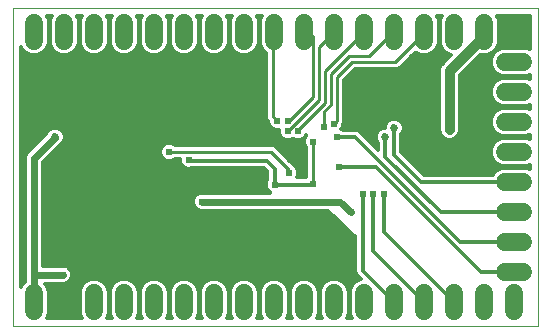
<source format=gbl>
G75*
%MOIN*%
%OFA0B0*%
%FSLAX25Y25*%
%IPPOS*%
%LPD*%
%AMOC8*
5,1,8,0,0,1.08239X$1,22.5*
%
%ADD10C,0.00000*%
%ADD11C,0.06000*%
%ADD12C,0.01200*%
%ADD13C,0.02700*%
%ADD14C,0.02400*%
%ADD15C,0.02400*%
%ADD16C,0.03200*%
%ADD17C,0.01000*%
D10*
X0016933Y0019933D02*
X0016933Y0125933D01*
X0191933Y0125933D01*
X0191933Y0019933D01*
X0016933Y0019933D01*
D11*
X0023933Y0024933D02*
X0023933Y0030933D01*
X0033933Y0030933D02*
X0033933Y0024933D01*
X0043933Y0024933D02*
X0043933Y0030933D01*
X0053933Y0030933D02*
X0053933Y0024933D01*
X0063933Y0024933D02*
X0063933Y0030933D01*
X0073933Y0030933D02*
X0073933Y0024933D01*
X0083933Y0024933D02*
X0083933Y0030933D01*
X0093933Y0030933D02*
X0093933Y0024933D01*
X0103933Y0024933D02*
X0103933Y0030933D01*
X0113933Y0030933D02*
X0113933Y0024933D01*
X0123933Y0024933D02*
X0123933Y0030933D01*
X0133933Y0030933D02*
X0133933Y0024933D01*
X0143933Y0024933D02*
X0143933Y0030933D01*
X0153933Y0030933D02*
X0153933Y0024933D01*
X0163933Y0024933D02*
X0163933Y0030933D01*
X0173933Y0030933D02*
X0173933Y0024933D01*
X0183933Y0024933D02*
X0183933Y0030933D01*
X0186933Y0037933D02*
X0180933Y0037933D01*
X0180933Y0047933D02*
X0186933Y0047933D01*
X0186933Y0057933D02*
X0180933Y0057933D01*
X0180933Y0067933D02*
X0186933Y0067933D01*
X0186933Y0077933D02*
X0180933Y0077933D01*
X0180933Y0087933D02*
X0186933Y0087933D01*
X0186933Y0097933D02*
X0180933Y0097933D01*
X0180933Y0107933D02*
X0186933Y0107933D01*
X0183933Y0114933D02*
X0183933Y0120933D01*
X0173933Y0120933D02*
X0173933Y0114933D01*
X0163933Y0114933D02*
X0163933Y0120933D01*
X0153933Y0120933D02*
X0153933Y0114933D01*
X0143933Y0114933D02*
X0143933Y0120933D01*
X0133933Y0120933D02*
X0133933Y0114933D01*
X0123933Y0114933D02*
X0123933Y0120933D01*
X0113933Y0120933D02*
X0113933Y0114933D01*
X0103933Y0114933D02*
X0103933Y0120933D01*
X0093933Y0120933D02*
X0093933Y0114933D01*
X0083933Y0114933D02*
X0083933Y0120933D01*
X0073933Y0120933D02*
X0073933Y0114933D01*
X0063933Y0114933D02*
X0063933Y0120933D01*
X0053933Y0120933D02*
X0053933Y0114933D01*
X0043933Y0114933D02*
X0043933Y0120933D01*
X0033933Y0120933D02*
X0033933Y0114933D01*
X0023933Y0114933D02*
X0023933Y0120933D01*
D12*
X0028270Y0123005D02*
X0029596Y0123005D01*
X0029732Y0123333D02*
X0029133Y0121888D01*
X0029133Y0113978D01*
X0029864Y0112214D01*
X0031214Y0110864D01*
X0032978Y0110133D01*
X0034888Y0110133D01*
X0036652Y0110864D01*
X0038002Y0112214D01*
X0038733Y0113978D01*
X0038733Y0121888D01*
X0038134Y0123333D01*
X0039732Y0123333D01*
X0039133Y0121888D01*
X0039133Y0113978D01*
X0039864Y0112214D01*
X0041214Y0110864D01*
X0042978Y0110133D01*
X0044888Y0110133D01*
X0046652Y0110864D01*
X0048002Y0112214D01*
X0048733Y0113978D01*
X0048733Y0121888D01*
X0048134Y0123333D01*
X0049732Y0123333D01*
X0049133Y0121888D01*
X0049133Y0113978D01*
X0049864Y0112214D01*
X0051214Y0110864D01*
X0052978Y0110133D01*
X0054888Y0110133D01*
X0056652Y0110864D01*
X0058002Y0112214D01*
X0058733Y0113978D01*
X0058733Y0121888D01*
X0058134Y0123333D01*
X0059732Y0123333D01*
X0059133Y0121888D01*
X0059133Y0113978D01*
X0059864Y0112214D01*
X0061214Y0110864D01*
X0062978Y0110133D01*
X0064888Y0110133D01*
X0066652Y0110864D01*
X0068002Y0112214D01*
X0068733Y0113978D01*
X0068733Y0121888D01*
X0068134Y0123333D01*
X0069732Y0123333D01*
X0069133Y0121888D01*
X0069133Y0113978D01*
X0069864Y0112214D01*
X0071214Y0110864D01*
X0072978Y0110133D01*
X0074888Y0110133D01*
X0076652Y0110864D01*
X0078002Y0112214D01*
X0078733Y0113978D01*
X0078733Y0121888D01*
X0078134Y0123333D01*
X0079732Y0123333D01*
X0079133Y0121888D01*
X0079133Y0113978D01*
X0079864Y0112214D01*
X0081214Y0110864D01*
X0082978Y0110133D01*
X0084888Y0110133D01*
X0086652Y0110864D01*
X0088002Y0112214D01*
X0088733Y0113978D01*
X0088733Y0121888D01*
X0088134Y0123333D01*
X0089732Y0123333D01*
X0089133Y0121888D01*
X0089133Y0113978D01*
X0089864Y0112214D01*
X0091214Y0110864D01*
X0092978Y0110133D01*
X0094888Y0110133D01*
X0096652Y0110864D01*
X0098002Y0112214D01*
X0098733Y0113978D01*
X0098733Y0121888D01*
X0098134Y0123333D01*
X0099732Y0123333D01*
X0099133Y0121888D01*
X0099133Y0113978D01*
X0099864Y0112214D01*
X0101133Y0110945D01*
X0101133Y0088980D01*
X0101933Y0088180D01*
X0101933Y0087836D01*
X0102390Y0086734D01*
X0103234Y0085890D01*
X0104336Y0085433D01*
X0105433Y0085433D01*
X0105433Y0084336D01*
X0105890Y0083234D01*
X0106734Y0082390D01*
X0107836Y0081933D01*
X0109030Y0081933D01*
X0110132Y0082390D01*
X0110183Y0082440D01*
X0110234Y0082390D01*
X0111336Y0081933D01*
X0112530Y0081933D01*
X0113632Y0082390D01*
X0114476Y0083234D01*
X0114652Y0083657D01*
X0114662Y0083405D01*
X0114390Y0083132D01*
X0113933Y0082030D01*
X0113933Y0080836D01*
X0114390Y0079734D01*
X0114633Y0079490D01*
X0114633Y0069506D01*
X0111589Y0069506D01*
X0111933Y0070336D01*
X0111933Y0071530D01*
X0111476Y0072632D01*
X0111233Y0072876D01*
X0111233Y0072886D01*
X0109886Y0074233D01*
X0103886Y0080233D01*
X0070876Y0080233D01*
X0070632Y0080476D01*
X0069530Y0080933D01*
X0068336Y0080933D01*
X0067234Y0080476D01*
X0066390Y0079632D01*
X0065933Y0078530D01*
X0065933Y0077336D01*
X0066390Y0076234D01*
X0067234Y0075390D01*
X0068336Y0074933D01*
X0069530Y0074933D01*
X0070632Y0075390D01*
X0070876Y0075633D01*
X0072433Y0075633D01*
X0072433Y0074836D01*
X0072890Y0073734D01*
X0073734Y0072890D01*
X0074836Y0072433D01*
X0076030Y0072433D01*
X0076271Y0072533D01*
X0100439Y0072533D01*
X0101706Y0071266D01*
X0101706Y0068949D01*
X0101563Y0068806D01*
X0101106Y0067703D01*
X0101106Y0066510D01*
X0101563Y0065407D01*
X0102407Y0064563D01*
X0102721Y0064433D01*
X0079336Y0064433D01*
X0078234Y0063976D01*
X0077390Y0063132D01*
X0076933Y0062030D01*
X0076933Y0060836D01*
X0077390Y0059734D01*
X0078234Y0058890D01*
X0079336Y0058433D01*
X0121745Y0058433D01*
X0131033Y0049603D01*
X0131033Y0037956D01*
X0131398Y0037074D01*
X0132809Y0035663D01*
X0131214Y0035002D01*
X0129864Y0033652D01*
X0129133Y0031888D01*
X0129133Y0023978D01*
X0129732Y0022533D01*
X0128134Y0022533D01*
X0128733Y0023978D01*
X0128733Y0031888D01*
X0128002Y0033652D01*
X0126652Y0035002D01*
X0124888Y0035733D01*
X0122978Y0035733D01*
X0121214Y0035002D01*
X0119864Y0033652D01*
X0119133Y0031888D01*
X0119133Y0023978D01*
X0119732Y0022533D01*
X0118134Y0022533D01*
X0118733Y0023978D01*
X0118733Y0031888D01*
X0118002Y0033652D01*
X0116652Y0035002D01*
X0114888Y0035733D01*
X0112978Y0035733D01*
X0111214Y0035002D01*
X0109864Y0033652D01*
X0109133Y0031888D01*
X0109133Y0023978D01*
X0109732Y0022533D01*
X0108134Y0022533D01*
X0108733Y0023978D01*
X0108733Y0031888D01*
X0108002Y0033652D01*
X0106652Y0035002D01*
X0104888Y0035733D01*
X0102978Y0035733D01*
X0101214Y0035002D01*
X0099864Y0033652D01*
X0099133Y0031888D01*
X0099133Y0023978D01*
X0099732Y0022533D01*
X0098134Y0022533D01*
X0098733Y0023978D01*
X0098733Y0031888D01*
X0098002Y0033652D01*
X0096652Y0035002D01*
X0094888Y0035733D01*
X0092978Y0035733D01*
X0091214Y0035002D01*
X0089864Y0033652D01*
X0089133Y0031888D01*
X0089133Y0023978D01*
X0089732Y0022533D01*
X0088134Y0022533D01*
X0088733Y0023978D01*
X0088733Y0031888D01*
X0088002Y0033652D01*
X0086652Y0035002D01*
X0084888Y0035733D01*
X0082978Y0035733D01*
X0081214Y0035002D01*
X0079864Y0033652D01*
X0079133Y0031888D01*
X0079133Y0023978D01*
X0079732Y0022533D01*
X0078134Y0022533D01*
X0078733Y0023978D01*
X0078733Y0031888D01*
X0078002Y0033652D01*
X0076652Y0035002D01*
X0074888Y0035733D01*
X0072978Y0035733D01*
X0071214Y0035002D01*
X0069864Y0033652D01*
X0069133Y0031888D01*
X0069133Y0023978D01*
X0069732Y0022533D01*
X0068134Y0022533D01*
X0068733Y0023978D01*
X0068733Y0031888D01*
X0068002Y0033652D01*
X0066652Y0035002D01*
X0064888Y0035733D01*
X0062978Y0035733D01*
X0061214Y0035002D01*
X0059864Y0033652D01*
X0059133Y0031888D01*
X0059133Y0023978D01*
X0059732Y0022533D01*
X0058134Y0022533D01*
X0058733Y0023978D01*
X0058733Y0031888D01*
X0058002Y0033652D01*
X0056652Y0035002D01*
X0054888Y0035733D01*
X0052978Y0035733D01*
X0051214Y0035002D01*
X0049864Y0033652D01*
X0049133Y0031888D01*
X0049133Y0023978D01*
X0049732Y0022533D01*
X0048134Y0022533D01*
X0048733Y0023978D01*
X0048733Y0031888D01*
X0048002Y0033652D01*
X0046652Y0035002D01*
X0044888Y0035733D01*
X0042978Y0035733D01*
X0041214Y0035002D01*
X0039864Y0033652D01*
X0039133Y0031888D01*
X0039133Y0023978D01*
X0039732Y0022533D01*
X0028134Y0022533D01*
X0028733Y0023978D01*
X0028733Y0031888D01*
X0028002Y0033652D01*
X0027690Y0033964D01*
X0033524Y0034012D01*
X0034109Y0034012D01*
X0034120Y0034017D01*
X0034133Y0034017D01*
X0034670Y0034245D01*
X0035211Y0034469D01*
X0035220Y0034478D01*
X0035232Y0034483D01*
X0035641Y0034899D01*
X0036055Y0035312D01*
X0036060Y0035324D01*
X0036069Y0035333D01*
X0036288Y0035875D01*
X0036512Y0036415D01*
X0036512Y0036428D01*
X0036517Y0036440D01*
X0036512Y0037024D01*
X0036512Y0037609D01*
X0036507Y0037620D01*
X0036507Y0037633D01*
X0036279Y0038170D01*
X0036055Y0038711D01*
X0036046Y0038720D01*
X0036041Y0038732D01*
X0035625Y0039141D01*
X0035211Y0039555D01*
X0035199Y0039560D01*
X0035190Y0039569D01*
X0034649Y0039788D01*
X0034109Y0040012D01*
X0034096Y0040012D01*
X0034084Y0040017D01*
X0033500Y0040012D01*
X0026939Y0040012D01*
X0027009Y0074609D01*
X0032624Y0080224D01*
X0032717Y0080263D01*
X0033604Y0081149D01*
X0034083Y0082306D01*
X0034083Y0083560D01*
X0033604Y0084717D01*
X0032717Y0085604D01*
X0031560Y0086083D01*
X0030306Y0086083D01*
X0029149Y0085604D01*
X0028263Y0084717D01*
X0028001Y0084086D01*
X0021892Y0077977D01*
X0021472Y0077559D01*
X0021471Y0077556D01*
X0021469Y0077554D01*
X0021241Y0077004D01*
X0021013Y0076457D01*
X0021013Y0076454D01*
X0021012Y0076451D01*
X0021012Y0075855D01*
X0020936Y0038534D01*
X0020935Y0038531D01*
X0020935Y0037939D01*
X0020934Y0037533D01*
X0020933Y0037530D01*
X0020933Y0037517D01*
X0020928Y0037505D01*
X0020933Y0036924D01*
X0020932Y0036342D01*
X0020933Y0036339D01*
X0020933Y0036336D01*
X0020935Y0036331D01*
X0020935Y0034723D01*
X0019864Y0033652D01*
X0019533Y0032853D01*
X0019533Y0113013D01*
X0019864Y0112214D01*
X0021214Y0110864D01*
X0022978Y0110133D01*
X0024888Y0110133D01*
X0026652Y0110864D01*
X0028002Y0112214D01*
X0028733Y0113978D01*
X0028733Y0121888D01*
X0028134Y0123333D01*
X0029732Y0123333D01*
X0029133Y0121807D02*
X0028733Y0121807D01*
X0028733Y0120608D02*
X0029133Y0120608D01*
X0029133Y0119410D02*
X0028733Y0119410D01*
X0028733Y0118211D02*
X0029133Y0118211D01*
X0029133Y0117012D02*
X0028733Y0117012D01*
X0028733Y0115814D02*
X0029133Y0115814D01*
X0029133Y0114615D02*
X0028733Y0114615D01*
X0028501Y0113417D02*
X0029366Y0113417D01*
X0029862Y0112218D02*
X0028004Y0112218D01*
X0026808Y0111020D02*
X0031058Y0111020D01*
X0036808Y0111020D02*
X0041058Y0111020D01*
X0039862Y0112218D02*
X0038004Y0112218D01*
X0038501Y0113417D02*
X0039366Y0113417D01*
X0039133Y0114615D02*
X0038733Y0114615D01*
X0038733Y0115814D02*
X0039133Y0115814D01*
X0039133Y0117012D02*
X0038733Y0117012D01*
X0038733Y0118211D02*
X0039133Y0118211D01*
X0039133Y0119410D02*
X0038733Y0119410D01*
X0038733Y0120608D02*
X0039133Y0120608D01*
X0039133Y0121807D02*
X0038733Y0121807D01*
X0038270Y0123005D02*
X0039596Y0123005D01*
X0048270Y0123005D02*
X0049596Y0123005D01*
X0049133Y0121807D02*
X0048733Y0121807D01*
X0048733Y0120608D02*
X0049133Y0120608D01*
X0049133Y0119410D02*
X0048733Y0119410D01*
X0048733Y0118211D02*
X0049133Y0118211D01*
X0049133Y0117012D02*
X0048733Y0117012D01*
X0048733Y0115814D02*
X0049133Y0115814D01*
X0049133Y0114615D02*
X0048733Y0114615D01*
X0048501Y0113417D02*
X0049366Y0113417D01*
X0049862Y0112218D02*
X0048004Y0112218D01*
X0046808Y0111020D02*
X0051058Y0111020D01*
X0056808Y0111020D02*
X0061058Y0111020D01*
X0059862Y0112218D02*
X0058004Y0112218D01*
X0058501Y0113417D02*
X0059366Y0113417D01*
X0059133Y0114615D02*
X0058733Y0114615D01*
X0058733Y0115814D02*
X0059133Y0115814D01*
X0059133Y0117012D02*
X0058733Y0117012D01*
X0058733Y0118211D02*
X0059133Y0118211D01*
X0059133Y0119410D02*
X0058733Y0119410D01*
X0058733Y0120608D02*
X0059133Y0120608D01*
X0059133Y0121807D02*
X0058733Y0121807D01*
X0058270Y0123005D02*
X0059596Y0123005D01*
X0068270Y0123005D02*
X0069596Y0123005D01*
X0069133Y0121807D02*
X0068733Y0121807D01*
X0068733Y0120608D02*
X0069133Y0120608D01*
X0069133Y0119410D02*
X0068733Y0119410D01*
X0068733Y0118211D02*
X0069133Y0118211D01*
X0069133Y0117012D02*
X0068733Y0117012D01*
X0068733Y0115814D02*
X0069133Y0115814D01*
X0069133Y0114615D02*
X0068733Y0114615D01*
X0068501Y0113417D02*
X0069366Y0113417D01*
X0069862Y0112218D02*
X0068004Y0112218D01*
X0066808Y0111020D02*
X0071058Y0111020D01*
X0076808Y0111020D02*
X0081058Y0111020D01*
X0079862Y0112218D02*
X0078004Y0112218D01*
X0078501Y0113417D02*
X0079366Y0113417D01*
X0079133Y0114615D02*
X0078733Y0114615D01*
X0078733Y0115814D02*
X0079133Y0115814D01*
X0079133Y0117012D02*
X0078733Y0117012D01*
X0078733Y0118211D02*
X0079133Y0118211D01*
X0079133Y0119410D02*
X0078733Y0119410D01*
X0078733Y0120608D02*
X0079133Y0120608D01*
X0079133Y0121807D02*
X0078733Y0121807D01*
X0078270Y0123005D02*
X0079596Y0123005D01*
X0088270Y0123005D02*
X0089596Y0123005D01*
X0089133Y0121807D02*
X0088733Y0121807D01*
X0088733Y0120608D02*
X0089133Y0120608D01*
X0089133Y0119410D02*
X0088733Y0119410D01*
X0088733Y0118211D02*
X0089133Y0118211D01*
X0089133Y0117012D02*
X0088733Y0117012D01*
X0088733Y0115814D02*
X0089133Y0115814D01*
X0089133Y0114615D02*
X0088733Y0114615D01*
X0088501Y0113417D02*
X0089366Y0113417D01*
X0089862Y0112218D02*
X0088004Y0112218D01*
X0086808Y0111020D02*
X0091058Y0111020D01*
X0096808Y0111020D02*
X0101058Y0111020D01*
X0101133Y0109821D02*
X0019533Y0109821D01*
X0019533Y0108623D02*
X0101133Y0108623D01*
X0101133Y0107424D02*
X0019533Y0107424D01*
X0019533Y0106226D02*
X0101133Y0106226D01*
X0101133Y0105027D02*
X0019533Y0105027D01*
X0019533Y0103829D02*
X0101133Y0103829D01*
X0101133Y0102630D02*
X0019533Y0102630D01*
X0019533Y0101432D02*
X0101133Y0101432D01*
X0101133Y0100233D02*
X0019533Y0100233D01*
X0019533Y0099035D02*
X0101133Y0099035D01*
X0101133Y0097836D02*
X0019533Y0097836D01*
X0019533Y0096638D02*
X0101133Y0096638D01*
X0101133Y0095439D02*
X0019533Y0095439D01*
X0019533Y0094241D02*
X0101133Y0094241D01*
X0101133Y0093042D02*
X0019533Y0093042D01*
X0019533Y0091844D02*
X0101133Y0091844D01*
X0101133Y0090645D02*
X0019533Y0090645D01*
X0019533Y0089447D02*
X0101133Y0089447D01*
X0101865Y0088248D02*
X0019533Y0088248D01*
X0019533Y0087050D02*
X0102259Y0087050D01*
X0103327Y0085851D02*
X0032119Y0085851D01*
X0033630Y0084653D02*
X0105433Y0084653D01*
X0105798Y0083454D02*
X0034083Y0083454D01*
X0034062Y0082256D02*
X0107058Y0082256D01*
X0109809Y0082256D02*
X0110558Y0082256D01*
X0113309Y0082256D02*
X0114027Y0082256D01*
X0113933Y0081057D02*
X0033512Y0081057D01*
X0032259Y0079859D02*
X0066616Y0079859D01*
X0065987Y0078660D02*
X0031060Y0078660D01*
X0029862Y0077462D02*
X0065933Y0077462D01*
X0066378Y0076263D02*
X0028663Y0076263D01*
X0027465Y0075065D02*
X0068019Y0075065D01*
X0069847Y0075065D02*
X0072433Y0075065D01*
X0072835Y0073866D02*
X0027008Y0073866D01*
X0027005Y0072668D02*
X0074270Y0072668D01*
X0075933Y0074933D02*
X0075433Y0075433D01*
X0075933Y0074933D02*
X0101433Y0074933D01*
X0104106Y0072260D01*
X0104106Y0067106D01*
X0116606Y0067106D01*
X0116933Y0067433D01*
X0114633Y0070271D02*
X0111906Y0070271D01*
X0111933Y0071469D02*
X0114633Y0071469D01*
X0114633Y0072668D02*
X0111441Y0072668D01*
X0110253Y0073866D02*
X0114633Y0073866D01*
X0114633Y0075065D02*
X0109054Y0075065D01*
X0107856Y0076263D02*
X0114633Y0076263D01*
X0114633Y0077462D02*
X0106657Y0077462D01*
X0105459Y0078660D02*
X0114633Y0078660D01*
X0114338Y0079859D02*
X0104260Y0079859D01*
X0114568Y0083454D02*
X0114660Y0083454D01*
X0124433Y0082933D02*
X0124933Y0082933D01*
X0130933Y0082933D01*
X0165933Y0047933D01*
X0183933Y0047933D01*
X0183933Y0037933D02*
X0172933Y0037933D01*
X0137933Y0072933D01*
X0125433Y0072933D01*
X0137402Y0079859D02*
X0138533Y0079859D01*
X0138533Y0080878D02*
X0138533Y0078727D01*
X0132293Y0084968D01*
X0131410Y0085333D01*
X0126776Y0085333D01*
X0126632Y0085476D01*
X0126340Y0085597D01*
X0126476Y0085734D01*
X0126933Y0086836D01*
X0126933Y0087180D01*
X0127233Y0087480D01*
X0127233Y0101980D01*
X0130886Y0105633D01*
X0143714Y0105633D01*
X0143956Y0105533D01*
X0144910Y0105533D01*
X0145152Y0105633D01*
X0145386Y0105633D01*
X0145551Y0105798D01*
X0145793Y0105898D01*
X0150986Y0111092D01*
X0151214Y0110864D01*
X0152978Y0110133D01*
X0154888Y0110133D01*
X0156652Y0110864D01*
X0158002Y0112214D01*
X0158733Y0113978D01*
X0158733Y0121888D01*
X0158134Y0123333D01*
X0159732Y0123333D01*
X0159133Y0121888D01*
X0159133Y0113978D01*
X0159864Y0112214D01*
X0161214Y0110864D01*
X0162870Y0110178D01*
X0159551Y0106859D01*
X0159033Y0105609D01*
X0159033Y0084757D01*
X0159551Y0083507D01*
X0160507Y0082551D01*
X0161757Y0082033D01*
X0163109Y0082033D01*
X0164359Y0082551D01*
X0165315Y0083507D01*
X0165833Y0084757D01*
X0165833Y0103525D01*
X0172599Y0110290D01*
X0172978Y0110133D01*
X0174888Y0110133D01*
X0176652Y0110864D01*
X0178002Y0112214D01*
X0178733Y0113978D01*
X0178733Y0121888D01*
X0178134Y0123333D01*
X0189333Y0123333D01*
X0189333Y0112134D01*
X0187888Y0112733D01*
X0179978Y0112733D01*
X0178214Y0112002D01*
X0176864Y0110652D01*
X0176133Y0108888D01*
X0176133Y0106978D01*
X0176864Y0105214D01*
X0178214Y0103864D01*
X0179978Y0103133D01*
X0187888Y0103133D01*
X0189333Y0103732D01*
X0189333Y0102134D01*
X0187888Y0102733D01*
X0179978Y0102733D01*
X0178214Y0102002D01*
X0176864Y0100652D01*
X0176133Y0098888D01*
X0176133Y0096978D01*
X0176864Y0095214D01*
X0178214Y0093864D01*
X0179978Y0093133D01*
X0187888Y0093133D01*
X0189333Y0093732D01*
X0189333Y0092134D01*
X0187888Y0092733D01*
X0179978Y0092733D01*
X0178214Y0092002D01*
X0176864Y0090652D01*
X0176133Y0088888D01*
X0176133Y0086978D01*
X0176864Y0085214D01*
X0178214Y0083864D01*
X0179978Y0083133D01*
X0187888Y0083133D01*
X0189333Y0083732D01*
X0189333Y0082134D01*
X0187888Y0082733D01*
X0179978Y0082733D01*
X0178214Y0082002D01*
X0176864Y0080652D01*
X0176133Y0078888D01*
X0176133Y0076978D01*
X0176864Y0075214D01*
X0178214Y0073864D01*
X0179978Y0073133D01*
X0187888Y0073133D01*
X0189333Y0073732D01*
X0189333Y0072134D01*
X0187888Y0072733D01*
X0179978Y0072733D01*
X0178214Y0072002D01*
X0176864Y0070652D01*
X0176732Y0070333D01*
X0153927Y0070333D01*
X0146333Y0077927D01*
X0146333Y0083878D01*
X0146604Y0084149D01*
X0147083Y0085306D01*
X0147083Y0086560D01*
X0146604Y0087717D01*
X0145717Y0088604D01*
X0144560Y0089083D01*
X0143306Y0089083D01*
X0142149Y0088604D01*
X0141263Y0087717D01*
X0140783Y0086560D01*
X0140783Y0086083D01*
X0140306Y0086083D01*
X0139149Y0085604D01*
X0138263Y0084717D01*
X0137783Y0083560D01*
X0137783Y0082306D01*
X0138263Y0081149D01*
X0138533Y0080878D01*
X0138354Y0081057D02*
X0136203Y0081057D01*
X0135005Y0082256D02*
X0137804Y0082256D01*
X0137783Y0083454D02*
X0133806Y0083454D01*
X0132608Y0084653D02*
X0138236Y0084653D01*
X0139747Y0085851D02*
X0126525Y0085851D01*
X0126933Y0087050D02*
X0140986Y0087050D01*
X0141793Y0088248D02*
X0127233Y0088248D01*
X0127233Y0089447D02*
X0159033Y0089447D01*
X0159033Y0090645D02*
X0127233Y0090645D01*
X0127233Y0091844D02*
X0159033Y0091844D01*
X0159033Y0093042D02*
X0127233Y0093042D01*
X0127233Y0094241D02*
X0159033Y0094241D01*
X0159033Y0095439D02*
X0127233Y0095439D01*
X0127233Y0096638D02*
X0159033Y0096638D01*
X0159033Y0097836D02*
X0127233Y0097836D01*
X0127233Y0099035D02*
X0159033Y0099035D01*
X0159033Y0100233D02*
X0127233Y0100233D01*
X0127233Y0101432D02*
X0159033Y0101432D01*
X0159033Y0102630D02*
X0127883Y0102630D01*
X0129082Y0103829D02*
X0159033Y0103829D01*
X0159033Y0105027D02*
X0130280Y0105027D01*
X0135933Y0109933D02*
X0143933Y0117933D01*
X0153933Y0117933D02*
X0153933Y0117433D01*
X0144433Y0107933D01*
X0146120Y0106226D02*
X0159288Y0106226D01*
X0160116Y0107424D02*
X0147318Y0107424D01*
X0148517Y0108623D02*
X0161315Y0108623D01*
X0162513Y0109821D02*
X0149716Y0109821D01*
X0150914Y0111020D02*
X0151058Y0111020D01*
X0156808Y0111020D02*
X0161058Y0111020D01*
X0159862Y0112218D02*
X0158004Y0112218D01*
X0158501Y0113417D02*
X0159366Y0113417D01*
X0159133Y0114615D02*
X0158733Y0114615D01*
X0158733Y0115814D02*
X0159133Y0115814D01*
X0159133Y0117012D02*
X0158733Y0117012D01*
X0158733Y0118211D02*
X0159133Y0118211D01*
X0159133Y0119410D02*
X0158733Y0119410D01*
X0158733Y0120608D02*
X0159133Y0120608D01*
X0159133Y0121807D02*
X0158733Y0121807D01*
X0158270Y0123005D02*
X0159596Y0123005D01*
X0176808Y0111020D02*
X0177232Y0111020D01*
X0176520Y0109821D02*
X0172130Y0109821D01*
X0170931Y0108623D02*
X0176133Y0108623D01*
X0176133Y0107424D02*
X0169733Y0107424D01*
X0168534Y0106226D02*
X0176445Y0106226D01*
X0177051Y0105027D02*
X0167336Y0105027D01*
X0166137Y0103829D02*
X0178298Y0103829D01*
X0179730Y0102630D02*
X0165833Y0102630D01*
X0165833Y0101432D02*
X0177644Y0101432D01*
X0176690Y0100233D02*
X0165833Y0100233D01*
X0165833Y0099035D02*
X0176194Y0099035D01*
X0176133Y0097836D02*
X0165833Y0097836D01*
X0165833Y0096638D02*
X0176274Y0096638D01*
X0176771Y0095439D02*
X0165833Y0095439D01*
X0165833Y0094241D02*
X0177837Y0094241D01*
X0178056Y0091844D02*
X0165833Y0091844D01*
X0165833Y0093042D02*
X0189333Y0093042D01*
X0176861Y0090645D02*
X0165833Y0090645D01*
X0165833Y0089447D02*
X0176365Y0089447D01*
X0176133Y0088248D02*
X0165833Y0088248D01*
X0165833Y0087050D02*
X0176133Y0087050D01*
X0176600Y0085851D02*
X0165833Y0085851D01*
X0165790Y0084653D02*
X0177425Y0084653D01*
X0179203Y0083454D02*
X0165262Y0083454D01*
X0163647Y0082256D02*
X0178826Y0082256D01*
X0177269Y0081057D02*
X0146333Y0081057D01*
X0146333Y0079859D02*
X0176535Y0079859D01*
X0176133Y0078660D02*
X0146333Y0078660D01*
X0146799Y0077462D02*
X0176133Y0077462D01*
X0176429Y0076263D02*
X0147997Y0076263D01*
X0149196Y0075065D02*
X0177013Y0075065D01*
X0178212Y0073866D02*
X0150394Y0073866D01*
X0151593Y0072668D02*
X0179820Y0072668D01*
X0177681Y0071469D02*
X0152791Y0071469D01*
X0152933Y0067933D02*
X0183933Y0067933D01*
X0188046Y0072668D02*
X0189333Y0072668D01*
X0189333Y0082256D02*
X0189040Y0082256D01*
X0189333Y0083454D02*
X0188663Y0083454D01*
X0161219Y0082256D02*
X0146333Y0082256D01*
X0146333Y0083454D02*
X0159604Y0083454D01*
X0159076Y0084653D02*
X0146812Y0084653D01*
X0147083Y0085851D02*
X0159033Y0085851D01*
X0159033Y0087050D02*
X0146880Y0087050D01*
X0146073Y0088248D02*
X0159033Y0088248D01*
X0143933Y0085933D02*
X0143933Y0076933D01*
X0152933Y0067933D01*
X0159433Y0057933D02*
X0140933Y0076433D01*
X0140933Y0082933D01*
X0143433Y0085433D02*
X0143933Y0085933D01*
X0140433Y0063933D02*
X0140433Y0051433D01*
X0163933Y0027933D01*
X0153933Y0027933D02*
X0136933Y0044933D01*
X0136933Y0063933D01*
X0133433Y0063933D02*
X0133433Y0038433D01*
X0143933Y0027933D01*
X0132449Y0035514D02*
X0125417Y0035514D01*
X0127339Y0034315D02*
X0130527Y0034315D01*
X0129642Y0033117D02*
X0128224Y0033117D01*
X0128720Y0031918D02*
X0129146Y0031918D01*
X0129133Y0030720D02*
X0128733Y0030720D01*
X0128733Y0029521D02*
X0129133Y0029521D01*
X0129133Y0028323D02*
X0128733Y0028323D01*
X0128733Y0027124D02*
X0129133Y0027124D01*
X0129133Y0025926D02*
X0128733Y0025926D01*
X0128733Y0024727D02*
X0129133Y0024727D01*
X0129319Y0023529D02*
X0128547Y0023529D01*
X0119319Y0023529D02*
X0118547Y0023529D01*
X0118733Y0024727D02*
X0119133Y0024727D01*
X0119133Y0025926D02*
X0118733Y0025926D01*
X0118733Y0027124D02*
X0119133Y0027124D01*
X0119133Y0028323D02*
X0118733Y0028323D01*
X0118733Y0029521D02*
X0119133Y0029521D01*
X0119133Y0030720D02*
X0118733Y0030720D01*
X0118720Y0031918D02*
X0119146Y0031918D01*
X0119642Y0033117D02*
X0118224Y0033117D01*
X0117339Y0034315D02*
X0120527Y0034315D01*
X0122449Y0035514D02*
X0115417Y0035514D01*
X0112449Y0035514D02*
X0105417Y0035514D01*
X0107339Y0034315D02*
X0110527Y0034315D01*
X0109642Y0033117D02*
X0108224Y0033117D01*
X0108720Y0031918D02*
X0109146Y0031918D01*
X0109133Y0030720D02*
X0108733Y0030720D01*
X0108733Y0029521D02*
X0109133Y0029521D01*
X0109133Y0028323D02*
X0108733Y0028323D01*
X0108733Y0027124D02*
X0109133Y0027124D01*
X0109133Y0025926D02*
X0108733Y0025926D01*
X0108733Y0024727D02*
X0109133Y0024727D01*
X0109319Y0023529D02*
X0108547Y0023529D01*
X0099319Y0023529D02*
X0098547Y0023529D01*
X0098733Y0024727D02*
X0099133Y0024727D01*
X0099133Y0025926D02*
X0098733Y0025926D01*
X0098733Y0027124D02*
X0099133Y0027124D01*
X0099133Y0028323D02*
X0098733Y0028323D01*
X0098733Y0029521D02*
X0099133Y0029521D01*
X0099133Y0030720D02*
X0098733Y0030720D01*
X0098720Y0031918D02*
X0099146Y0031918D01*
X0099642Y0033117D02*
X0098224Y0033117D01*
X0097339Y0034315D02*
X0100527Y0034315D01*
X0102449Y0035514D02*
X0095417Y0035514D01*
X0092449Y0035514D02*
X0085417Y0035514D01*
X0087339Y0034315D02*
X0090527Y0034315D01*
X0089642Y0033117D02*
X0088224Y0033117D01*
X0088720Y0031918D02*
X0089146Y0031918D01*
X0089133Y0030720D02*
X0088733Y0030720D01*
X0088733Y0029521D02*
X0089133Y0029521D01*
X0089133Y0028323D02*
X0088733Y0028323D01*
X0088733Y0027124D02*
X0089133Y0027124D01*
X0089133Y0025926D02*
X0088733Y0025926D01*
X0088733Y0024727D02*
X0089133Y0024727D01*
X0089319Y0023529D02*
X0088547Y0023529D01*
X0079319Y0023529D02*
X0078547Y0023529D01*
X0078733Y0024727D02*
X0079133Y0024727D01*
X0079133Y0025926D02*
X0078733Y0025926D01*
X0078733Y0027124D02*
X0079133Y0027124D01*
X0079133Y0028323D02*
X0078733Y0028323D01*
X0078733Y0029521D02*
X0079133Y0029521D01*
X0079133Y0030720D02*
X0078733Y0030720D01*
X0078720Y0031918D02*
X0079146Y0031918D01*
X0079642Y0033117D02*
X0078224Y0033117D01*
X0077339Y0034315D02*
X0080527Y0034315D01*
X0082449Y0035514D02*
X0075417Y0035514D01*
X0072449Y0035514D02*
X0065417Y0035514D01*
X0067339Y0034315D02*
X0070527Y0034315D01*
X0069642Y0033117D02*
X0068224Y0033117D01*
X0068720Y0031918D02*
X0069146Y0031918D01*
X0069133Y0030720D02*
X0068733Y0030720D01*
X0068733Y0029521D02*
X0069133Y0029521D01*
X0069133Y0028323D02*
X0068733Y0028323D01*
X0068733Y0027124D02*
X0069133Y0027124D01*
X0069133Y0025926D02*
X0068733Y0025926D01*
X0068733Y0024727D02*
X0069133Y0024727D01*
X0069319Y0023529D02*
X0068547Y0023529D01*
X0059319Y0023529D02*
X0058547Y0023529D01*
X0058733Y0024727D02*
X0059133Y0024727D01*
X0059133Y0025926D02*
X0058733Y0025926D01*
X0058733Y0027124D02*
X0059133Y0027124D01*
X0059133Y0028323D02*
X0058733Y0028323D01*
X0058733Y0029521D02*
X0059133Y0029521D01*
X0059133Y0030720D02*
X0058733Y0030720D01*
X0058720Y0031918D02*
X0059146Y0031918D01*
X0059642Y0033117D02*
X0058224Y0033117D01*
X0057339Y0034315D02*
X0060527Y0034315D01*
X0062449Y0035514D02*
X0055417Y0035514D01*
X0052449Y0035514D02*
X0045417Y0035514D01*
X0047339Y0034315D02*
X0050527Y0034315D01*
X0049642Y0033117D02*
X0048224Y0033117D01*
X0048720Y0031918D02*
X0049146Y0031918D01*
X0049133Y0030720D02*
X0048733Y0030720D01*
X0048733Y0029521D02*
X0049133Y0029521D01*
X0049133Y0028323D02*
X0048733Y0028323D01*
X0048733Y0027124D02*
X0049133Y0027124D01*
X0049133Y0025926D02*
X0048733Y0025926D01*
X0048733Y0024727D02*
X0049133Y0024727D01*
X0049319Y0023529D02*
X0048547Y0023529D01*
X0039319Y0023529D02*
X0028547Y0023529D01*
X0028733Y0024727D02*
X0039133Y0024727D01*
X0039133Y0025926D02*
X0028733Y0025926D01*
X0028733Y0027124D02*
X0039133Y0027124D01*
X0039133Y0028323D02*
X0028733Y0028323D01*
X0028733Y0029521D02*
X0039133Y0029521D01*
X0039133Y0030720D02*
X0028733Y0030720D01*
X0028720Y0031918D02*
X0039146Y0031918D01*
X0039642Y0033117D02*
X0028224Y0033117D01*
X0034841Y0034315D02*
X0040527Y0034315D01*
X0042449Y0035514D02*
X0036142Y0035514D01*
X0036514Y0036712D02*
X0131760Y0036712D01*
X0131052Y0037911D02*
X0036389Y0037911D01*
X0035658Y0039109D02*
X0131033Y0039109D01*
X0131033Y0040308D02*
X0026940Y0040308D01*
X0026942Y0041506D02*
X0131033Y0041506D01*
X0131033Y0042705D02*
X0026945Y0042705D01*
X0026947Y0043903D02*
X0131033Y0043903D01*
X0131033Y0045102D02*
X0026950Y0045102D01*
X0026952Y0046300D02*
X0131033Y0046300D01*
X0131033Y0047499D02*
X0026954Y0047499D01*
X0026957Y0048697D02*
X0131033Y0048697D01*
X0130725Y0049896D02*
X0026959Y0049896D01*
X0026962Y0051094D02*
X0129465Y0051094D01*
X0128204Y0052293D02*
X0026964Y0052293D01*
X0026967Y0053491D02*
X0126943Y0053491D01*
X0125682Y0054690D02*
X0026969Y0054690D01*
X0026971Y0055888D02*
X0124422Y0055888D01*
X0123161Y0057087D02*
X0026974Y0057087D01*
X0026976Y0058285D02*
X0121900Y0058285D01*
X0101534Y0065477D02*
X0026991Y0065477D01*
X0026993Y0066675D02*
X0101106Y0066675D01*
X0101177Y0067874D02*
X0026996Y0067874D01*
X0026998Y0069072D02*
X0101706Y0069072D01*
X0101706Y0070271D02*
X0027001Y0070271D01*
X0027003Y0071469D02*
X0101503Y0071469D01*
X0078962Y0064278D02*
X0026988Y0064278D01*
X0026986Y0063079D02*
X0077368Y0063079D01*
X0076933Y0061881D02*
X0026984Y0061881D01*
X0026981Y0060682D02*
X0076997Y0060682D01*
X0077640Y0059484D02*
X0026979Y0059484D01*
X0020979Y0059484D02*
X0019533Y0059484D01*
X0019533Y0060682D02*
X0020981Y0060682D01*
X0020984Y0061881D02*
X0019533Y0061881D01*
X0019533Y0063079D02*
X0020986Y0063079D01*
X0020988Y0064278D02*
X0019533Y0064278D01*
X0019533Y0065477D02*
X0020991Y0065477D01*
X0020993Y0066675D02*
X0019533Y0066675D01*
X0019533Y0067874D02*
X0020996Y0067874D01*
X0020998Y0069072D02*
X0019533Y0069072D01*
X0019533Y0070271D02*
X0021001Y0070271D01*
X0021003Y0071469D02*
X0019533Y0071469D01*
X0019533Y0072668D02*
X0021005Y0072668D01*
X0021008Y0073866D02*
X0019533Y0073866D01*
X0019533Y0075065D02*
X0021010Y0075065D01*
X0021012Y0076263D02*
X0019533Y0076263D01*
X0019533Y0077462D02*
X0021430Y0077462D01*
X0022575Y0078660D02*
X0019533Y0078660D01*
X0019533Y0079859D02*
X0023773Y0079859D01*
X0024972Y0081057D02*
X0019533Y0081057D01*
X0019533Y0082256D02*
X0026171Y0082256D01*
X0027369Y0083454D02*
X0019533Y0083454D01*
X0019533Y0084653D02*
X0028236Y0084653D01*
X0029747Y0085851D02*
X0019533Y0085851D01*
X0030433Y0101933D02*
X0030433Y0103433D01*
X0021058Y0111020D02*
X0019533Y0111020D01*
X0019533Y0112218D02*
X0019862Y0112218D01*
X0098004Y0112218D02*
X0099862Y0112218D01*
X0099366Y0113417D02*
X0098501Y0113417D01*
X0098733Y0114615D02*
X0099133Y0114615D01*
X0099133Y0115814D02*
X0098733Y0115814D01*
X0098733Y0117012D02*
X0099133Y0117012D01*
X0099133Y0118211D02*
X0098733Y0118211D01*
X0098733Y0119410D02*
X0099133Y0119410D01*
X0099133Y0120608D02*
X0098733Y0120608D01*
X0098733Y0121807D02*
X0099133Y0121807D01*
X0099596Y0123005D02*
X0098270Y0123005D01*
X0178004Y0112218D02*
X0178736Y0112218D01*
X0178501Y0113417D02*
X0189333Y0113417D01*
X0189333Y0114615D02*
X0178733Y0114615D01*
X0178733Y0115814D02*
X0189333Y0115814D01*
X0189333Y0117012D02*
X0178733Y0117012D01*
X0178733Y0118211D02*
X0189333Y0118211D01*
X0189333Y0119410D02*
X0178733Y0119410D01*
X0178733Y0120608D02*
X0189333Y0120608D01*
X0189333Y0121807D02*
X0178733Y0121807D01*
X0178270Y0123005D02*
X0189333Y0123005D01*
X0189333Y0112218D02*
X0189130Y0112218D01*
X0189333Y0102630D02*
X0188136Y0102630D01*
X0183933Y0057933D02*
X0159433Y0057933D01*
X0020976Y0058285D02*
X0019533Y0058285D01*
X0019533Y0057087D02*
X0020974Y0057087D01*
X0020971Y0055888D02*
X0019533Y0055888D01*
X0019533Y0054690D02*
X0020969Y0054690D01*
X0020967Y0053491D02*
X0019533Y0053491D01*
X0019533Y0052293D02*
X0020964Y0052293D01*
X0020962Y0051094D02*
X0019533Y0051094D01*
X0019533Y0049896D02*
X0020959Y0049896D01*
X0020957Y0048697D02*
X0019533Y0048697D01*
X0019533Y0047499D02*
X0020954Y0047499D01*
X0020952Y0046300D02*
X0019533Y0046300D01*
X0019533Y0045102D02*
X0020950Y0045102D01*
X0020947Y0043903D02*
X0019533Y0043903D01*
X0019533Y0042705D02*
X0020945Y0042705D01*
X0020942Y0041506D02*
X0019533Y0041506D01*
X0019533Y0040308D02*
X0020940Y0040308D01*
X0020937Y0039109D02*
X0019533Y0039109D01*
X0019533Y0037911D02*
X0020935Y0037911D01*
X0020933Y0036712D02*
X0019533Y0036712D01*
X0019533Y0035514D02*
X0020935Y0035514D01*
X0020527Y0034315D02*
X0019533Y0034315D01*
X0019533Y0033117D02*
X0019642Y0033117D01*
D13*
X0030933Y0082933D03*
X0094433Y0108933D03*
X0140933Y0082933D03*
X0143933Y0085933D03*
X0108933Y0032933D03*
D14*
X0129433Y0057933D03*
X0133433Y0063933D03*
X0136933Y0063933D03*
X0140433Y0063933D03*
X0152933Y0072933D03*
X0162433Y0085433D03*
X0124933Y0082933D03*
X0120433Y0086433D03*
X0123933Y0087433D03*
X0116933Y0081433D03*
X0112933Y0080933D03*
X0109433Y0080933D03*
X0105933Y0080933D03*
X0108433Y0084933D03*
X0111933Y0084933D03*
X0108433Y0088433D03*
X0104933Y0088433D03*
X0109433Y0077433D03*
X0112933Y0077433D03*
X0112933Y0073933D03*
X0108933Y0070933D03*
X0112933Y0070433D03*
X0116933Y0067433D03*
X0125433Y0072933D03*
X0104106Y0067106D03*
X0079933Y0061433D03*
X0075433Y0075433D03*
X0068933Y0077933D03*
X0030433Y0103433D03*
X0073933Y0105933D03*
X0033512Y0037012D03*
D15*
X0024012Y0037012D01*
X0023933Y0036933D01*
X0023935Y0037934D01*
X0023935Y0027935D01*
X0023933Y0027933D01*
X0023933Y0036933D02*
X0033512Y0037012D01*
X0023935Y0037934D02*
X0024012Y0075854D01*
X0030933Y0082776D01*
X0030933Y0082933D01*
X0073933Y0105933D02*
X0073933Y0106433D01*
X0079933Y0061433D02*
X0125933Y0061433D01*
X0129433Y0057933D01*
X0152933Y0072933D02*
X0153433Y0072933D01*
D16*
X0162433Y0085433D02*
X0162433Y0104933D01*
X0172933Y0115433D01*
X0172933Y0116933D01*
X0173933Y0117933D01*
D17*
X0144433Y0107933D02*
X0129933Y0107933D01*
X0124933Y0102933D01*
X0124933Y0088433D01*
X0123933Y0087433D01*
X0120433Y0086433D02*
X0120433Y0091433D01*
X0122933Y0093933D01*
X0122933Y0103933D01*
X0128933Y0109933D01*
X0135933Y0109933D01*
X0133933Y0117933D02*
X0120933Y0104933D01*
X0120933Y0094433D01*
X0111933Y0085433D01*
X0111933Y0084933D01*
X0108433Y0084933D02*
X0118933Y0095433D01*
X0118933Y0112933D01*
X0123933Y0117933D01*
X0116933Y0116433D02*
X0115433Y0117933D01*
X0113933Y0117933D01*
X0116933Y0116433D02*
X0116933Y0096433D01*
X0108933Y0088433D01*
X0108433Y0088433D01*
X0104933Y0088433D02*
X0103433Y0089933D01*
X0103433Y0117433D01*
X0103933Y0117933D01*
X0103933Y0089433D02*
X0104933Y0088433D01*
X0116933Y0081433D02*
X0116933Y0067433D01*
X0108933Y0070933D02*
X0108933Y0071933D01*
X0102933Y0077933D01*
X0068933Y0077933D01*
M02*

</source>
